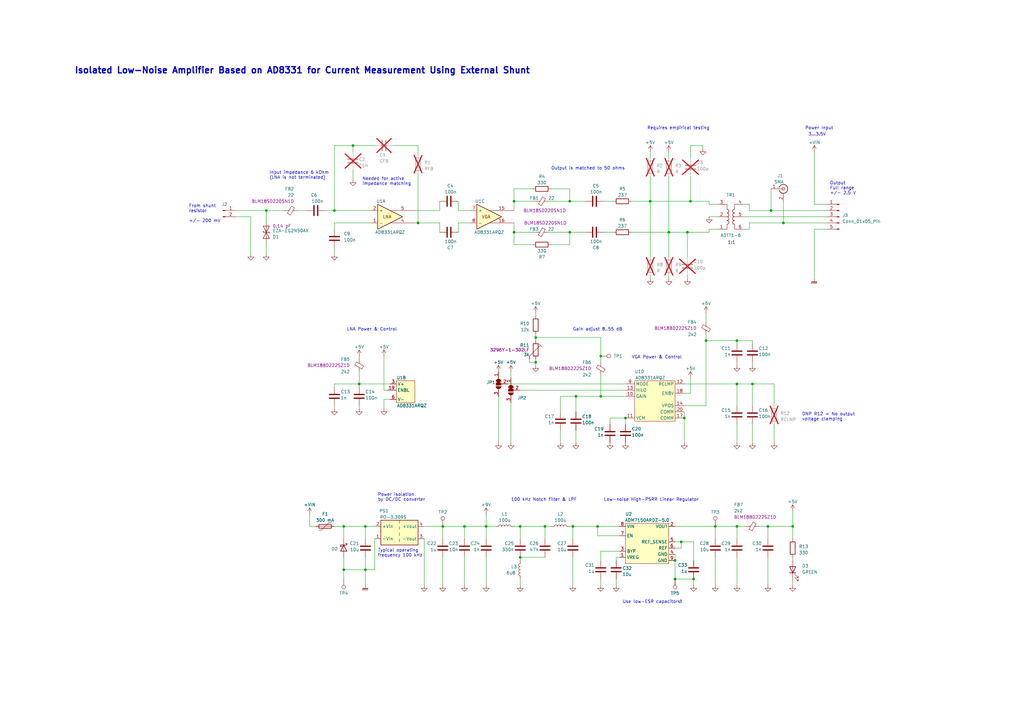
<source format=kicad_sch>
(kicad_sch (version 20230121) (generator eeschema)
  (paper "A3")
  (title_block (title "Low-Noise Amplifier") (date "2023-10-06") (rev "A") (comment 3 "Draft") (comment 4 "EN") (comment 5 "Current Probe") (comment 6 "Stefan Gloor"))
  (junction (at 171.45 91.44))
  (junction (at 140.97 215.9))
  (junction (at 325.12 215.9))
  (junction (at 181.61 215.9))
  (junction (at 314.96 215.9))
  (junction (at 246.38 146.05))
  (junction (at 316.23 86.36))
  (junction (at 302.26 157.48))
  (junction (at 266.7 82.55))
  (junction (at 233.68 82.55))
  (junction (at 210.82 82.55))
  (junction (at 236.22 162.56))
  (junction (at 279.4 222.25))
  (junction (at 246.38 162.56))
  (junction (at 280.67 171.45))
  (junction (at 144.78 59.69))
  (junction (at 190.5 215.9))
  (junction (at 245.11 215.9))
  (junction (at 109.22 86.36))
  (junction (at 321.31 91.44))
  (junction (at 283.21 82.55))
  (junction (at 274.32 95.25))
  (junction (at 137.16 86.36))
  (junction (at 276.86 237.49))
  (junction (at 233.68 95.25))
  (junction (at 140.97 233.68))
  (junction (at 147.32 157.48))
  (junction (at 149.86 215.9))
  (junction (at 302.26 139.7))
  (junction (at 149.86 233.68))
  (junction (at 199.39 215.9))
  (junction (at 276.86 229.87))
  (junction (at 256.54 171.45))
  (junction (at 223.52 215.9))
  (junction (at 234.95 215.9))
  (junction (at 284.48 237.49))
  (junction (at 219.71 138.43))
  (junction (at 308.61 157.48))
  (junction (at 281.94 95.25))
  (junction (at 213.36 228.6))
  (junction (at 289.56 139.7))
  (junction (at 293.37 215.9))
  (junction (at 219.71 148.59))
  (junction (at 213.36 215.9))
  (junction (at 302.26 215.9))
  (junction (at 210.82 95.25))
  (wire (pts (xy 210.82 100.33) (xy 210.82 95.25)))
  (wire (pts (xy 246.38 226.06) (xy 246.38 229.87)))
  (wire (pts (xy 250.19 171.45) (xy 250.19 173.99)))
  (wire (pts (xy 149.86 215.9) (xy 140.97 215.9)))
  (wire (pts (xy 334.01 62.23) (xy 334.01 83.82)))
  (wire (pts (xy 308.61 140.97) (xy 308.61 139.7)))
  (wire (pts (xy 288.29 59.69) (xy 283.21 59.69)))
  (wire (pts (xy 210.82 77.47) (xy 210.82 82.55)))
  (wire (pts (xy 304.8 88.9) (xy 339.09 88.9)))
  (wire (pts (xy 246.38 240.03) (xy 246.38 237.49)))
  (wire (pts (xy 259.08 95.25) (xy 274.32 95.25)))
  (wire (pts (xy 289.56 128.27) (xy 289.56 132.08)))
  (wire (pts (xy 213.36 160.02) (xy 256.54 160.02)))
  (wire (pts (xy 219.71 148.59) (xy 219.71 147.32)))
  (wire (pts (xy 290.83 83.82) (xy 294.64 83.82)))
  (wire (pts (xy 307.34 86.36) (xy 316.23 86.36)))
  (wire (pts (xy 140.97 237.49) (xy 140.97 233.68)))
  (wire (pts (xy 246.38 162.56) (xy 256.54 162.56)))
  (wire (pts (xy 290.83 95.25) (xy 290.83 93.98)))
  (wire (pts (xy 293.37 215.9) (xy 293.37 220.98)))
  (wire (pts (xy 187.96 91.44) (xy 193.04 91.44)))
  (wire (pts (xy 149.86 228.6) (xy 149.86 233.68)))
  (wire (pts (xy 316.23 86.36) (xy 339.09 86.36)))
  (wire (pts (xy 140.97 215.9) (xy 140.97 220.98)))
  (wire (pts (xy 233.68 77.47) (xy 233.68 82.55)))
  (wire (pts (xy 311.15 215.9) (xy 314.96 215.9)))
  (wire (pts (xy 274.32 95.25) (xy 274.32 105.41)))
  (wire (pts (xy 213.36 215.9) (xy 223.52 215.9)))
  (wire (pts (xy 321.31 91.44) (xy 339.09 91.44)))
  (wire (pts (xy 199.39 215.9) (xy 199.39 220.98)))
  (wire (pts (xy 276.86 215.9) (xy 293.37 215.9)))
  (wire (pts (xy 213.36 215.9) (xy 213.36 220.98)))
  (wire (pts (xy 266.7 72.39) (xy 266.7 82.55)))
  (wire (pts (xy 266.7 62.23) (xy 266.7 64.77)))
  (wire (pts (xy 171.45 63.5) (xy 171.45 59.69)))
  (wire (pts (xy 274.32 114.3) (xy 274.32 113.03)))
  (wire (pts (xy 334.01 93.98) (xy 334.01 114.3)))
  (wire (pts (xy 307.34 91.44) (xy 321.31 91.44)))
  (wire (pts (xy 283.21 82.55) (xy 266.7 82.55)))
  (wire (pts (xy 280.67 168.91) (xy 280.67 171.45)))
  (wire (pts (xy 210.82 77.47) (xy 218.44 77.47)))
  (wire (pts (xy 280.67 181.61) (xy 280.67 171.45)))
  (wire (pts (xy 157.48 163.83) (xy 160.02 163.83)))
  (wire (pts (xy 137.16 91.44) (xy 137.16 93.98)))
  (wire (pts (xy 203.2 215.9) (xy 199.39 215.9)))
  (wire (pts (xy 302.26 140.97) (xy 302.26 139.7)))
  (wire (pts (xy 256.54 171.45) (xy 250.19 171.45)))
  (wire (pts (xy 302.26 181.61) (xy 302.26 173.99)))
  (wire (pts (xy 137.16 167.64) (xy 137.16 166.37)))
  (wire (pts (xy 254 226.06) (xy 246.38 226.06)))
  (wire (pts (xy 147.32 167.64) (xy 147.32 166.37)))
  (wire (pts (xy 102.87 104.14) (xy 102.87 88.9)))
  (wire (pts (xy 314.96 215.9) (xy 325.12 215.9)))
  (wire (pts (xy 204.47 181.61) (xy 204.47 162.56)))
  (wire (pts (xy 280.67 166.37) (xy 289.56 166.37)))
  (wire (pts (xy 334.01 93.98) (xy 339.09 93.98)))
  (wire (pts (xy 181.61 240.03) (xy 181.61 228.6)))
  (wire (pts (xy 334.01 83.82) (xy 339.09 83.82)))
  (wire (pts (xy 187.96 82.55) (xy 187.96 86.36)))
  (wire (pts (xy 308.61 157.48) (xy 317.5 157.48)))
  (wire (pts (xy 226.06 100.33) (xy 233.68 100.33)))
  (wire (pts (xy 181.61 215.9) (xy 190.5 215.9)))
  (wire (pts (xy 213.36 240.03) (xy 213.36 237.49)))
  (wire (pts (xy 236.22 181.61) (xy 236.22 176.53)))
  (wire (pts (xy 149.86 233.68) (xy 153.67 233.68)))
  (wire (pts (xy 280.67 157.48) (xy 302.26 157.48)))
  (wire (pts (xy 210.82 215.9) (xy 213.36 215.9)))
  (wire (pts (xy 147.32 152.4) (xy 147.32 157.48)))
  (wire (pts (xy 218.44 100.33) (xy 210.82 100.33)))
  (wire (pts (xy 209.55 152.4) (xy 209.55 154.94)))
  (wire (pts (xy 173.99 215.9) (xy 181.61 215.9)))
  (wire (pts (xy 283.21 72.39) (xy 283.21 82.55)))
  (wire (pts (xy 133.35 86.36) (xy 137.16 86.36)))
  (wire (pts (xy 219.71 149.86) (xy 219.71 148.59)))
  (wire (pts (xy 208.28 157.48) (xy 256.54 157.48)))
  (wire (pts (xy 137.16 86.36) (xy 152.4 86.36)))
  (wire (pts (xy 217.17 148.59) (xy 219.71 148.59)))
  (wire (pts (xy 274.32 62.23) (xy 274.32 64.77)))
  (wire (pts (xy 325.12 215.9) (xy 325.12 220.98)))
  (wire (pts (xy 229.87 162.56) (xy 236.22 162.56)))
  (wire (pts (xy 289.56 139.7) (xy 302.26 139.7)))
  (wire (pts (xy 307.34 91.44) (xy 307.34 93.98)))
  (wire (pts (xy 314.96 240.03) (xy 314.96 228.6)))
  (wire (pts (xy 307.34 83.82) (xy 304.8 83.82)))
  (wire (pts (xy 171.45 59.69) (xy 161.29 59.69)))
  (wire (pts (xy 180.34 91.44) (xy 171.45 91.44)))
  (wire (pts (xy 187.96 86.36) (xy 193.04 86.36)))
  (wire (pts (xy 210.82 95.25) (xy 219.71 95.25)))
  (wire (pts (xy 245.11 215.9) (xy 245.11 219.71)))
  (wire (pts (xy 240.03 82.55) (xy 233.68 82.55)))
  (wire (pts (xy 321.31 82.55) (xy 321.31 91.44)))
  (wire (pts (xy 144.78 73.66) (xy 144.78 69.85)))
  (wire (pts (xy 187.96 95.25) (xy 187.96 91.44)))
  (wire (pts (xy 246.38 138.43) (xy 246.38 146.05)))
  (wire (pts (xy 137.16 59.69) (xy 137.16 86.36)))
  (wire (pts (xy 302.26 240.03) (xy 302.26 228.6)))
  (wire (pts (xy 149.86 215.9) (xy 149.86 220.98)))
  (wire (pts (xy 140.97 215.9) (xy 137.16 215.9)))
  (wire (pts (xy 234.95 240.03) (xy 234.95 228.6)))
  (wire (pts (xy 302.26 149.86) (xy 302.26 148.59)))
  (wire (pts (xy 276.86 237.49) (xy 284.48 237.49)))
  (wire (pts (xy 229.87 168.91) (xy 229.87 162.56)))
  (wire (pts (xy 144.78 59.69) (xy 137.16 59.69)))
  (wire (pts (xy 171.45 71.12) (xy 171.45 91.44)))
  (wire (pts (xy 147.32 157.48) (xy 147.32 158.75)))
  (wire (pts (xy 254 228.6) (xy 252.73 228.6)))
  (wire (pts (xy 137.16 157.48) (xy 137.16 158.75)))
  (wire (pts (xy 316.23 77.47) (xy 316.23 86.36)))
  (wire (pts (xy 279.4 224.79) (xy 279.4 222.25)))
  (wire (pts (xy 229.87 181.61) (xy 229.87 176.53)))
  (wire (pts (xy 252.73 240.03) (xy 252.73 237.49)))
  (wire (pts (xy 308.61 166.37) (xy 308.61 157.48)))
  (wire (pts (xy 325.12 240.03) (xy 325.12 237.49)))
  (wire (pts (xy 276.86 222.25) (xy 279.4 222.25)))
  (wire (pts (xy 199.39 210.82) (xy 199.39 215.9)))
  (wire (pts (xy 289.56 139.7) (xy 289.56 137.16)))
  (wire (pts (xy 109.22 91.44) (xy 109.22 86.36)))
  (wire (pts (xy 266.7 82.55) (xy 266.7 105.41)))
  (wire (pts (xy 180.34 86.36) (xy 170.18 86.36)))
  (wire (pts (xy 276.86 227.33) (xy 276.86 229.87)))
  (wire (pts (xy 149.86 215.9) (xy 153.67 215.9)))
  (wire (pts (xy 147.32 157.48) (xy 160.02 157.48)))
  (wire (pts (xy 181.61 215.9) (xy 181.61 220.98)))
  (wire (pts (xy 149.86 240.03) (xy 149.86 233.68)))
  (wire (pts (xy 213.36 228.6) (xy 223.52 228.6)))
  (wire (pts (xy 236.22 162.56) (xy 246.38 162.56)))
  (wire (pts (xy 246.38 153.67) (xy 246.38 162.56)))
  (wire (pts (xy 217.17 147.32) (xy 217.17 148.59)))
  (wire (pts (xy 180.34 82.55) (xy 180.34 86.36)))
  (wire (pts (xy 157.48 167.64) (xy 157.48 163.83)))
  (wire (pts (xy 290.83 83.82) (xy 290.83 82.55)))
  (wire (pts (xy 252.73 228.6) (xy 252.73 229.87)))
  (wire (pts (xy 190.5 240.03) (xy 190.5 228.6)))
  (wire (pts (xy 314.96 215.9) (xy 314.96 220.98)))
  (wire (pts (xy 152.4 91.44) (xy 137.16 91.44)))
  (wire (pts (xy 281.94 95.25) (xy 290.83 95.25)))
  (wire (pts (xy 274.32 95.25) (xy 281.94 95.25)))
  (wire (pts (xy 280.67 161.29) (xy 283.21 161.29)))
  (wire (pts (xy 302.26 215.9) (xy 302.26 220.98)))
  (wire (pts (xy 308.61 139.7) (xy 302.26 139.7)))
  (wire (pts (xy 96.52 86.36) (xy 109.22 86.36)))
  (wire (pts (xy 245.11 215.9) (xy 254 215.9)))
  (wire (pts (xy 210.82 82.55) (xy 219.71 82.55)))
  (wire (pts (xy 293.37 228.6) (xy 293.37 240.03)))
  (wire (pts (xy 127 215.9) (xy 127 210.82)))
  (wire (pts (xy 121.92 86.36) (xy 125.73 86.36)))
  (wire (pts (xy 180.34 95.25) (xy 180.34 91.44)))
  (wire (pts (xy 224.79 95.25) (xy 233.68 95.25)))
  (wire (pts (xy 308.61 181.61) (xy 308.61 173.99)))
  (wire (pts (xy 199.39 240.03) (xy 199.39 228.6)))
  (wire (pts (xy 281.94 114.3) (xy 281.94 113.03)))
  (wire (pts (xy 290.83 93.98) (xy 294.64 93.98)))
  (wire (pts (xy 279.4 222.25) (xy 284.48 222.25)))
  (wire (pts (xy 219.71 138.43) (xy 246.38 138.43)))
  (wire (pts (xy 247.65 82.55) (xy 251.46 82.55)))
  (wire (pts (xy 233.68 100.33) (xy 233.68 95.25)))
  (wire (pts (xy 144.78 59.69) (xy 153.67 59.69)))
  (wire (pts (xy 102.87 88.9) (xy 96.52 88.9)))
  (wire (pts (xy 147.32 146.05) (xy 147.32 147.32)))
  (wire (pts (xy 144.78 62.23) (xy 144.78 59.69)))
  (wire (pts (xy 288.29 60.96) (xy 288.29 59.69)))
  (wire (pts (xy 317.5 181.61) (xy 317.5 173.99)))
  (wire (pts (xy 240.03 95.25) (xy 233.68 95.25)))
  (wire (pts (xy 223.52 215.9) (xy 223.52 220.98)))
  (wire (pts (xy 219.71 137.16) (xy 219.71 138.43)))
  (wire (pts (xy 173.99 220.98) (xy 173.99 240.03)))
  (wire (pts (xy 247.65 95.25) (xy 251.46 95.25)))
  (wire (pts (xy 213.36 228.6) (xy 213.36 229.87)))
  (wire (pts (xy 302.26 157.48) (xy 308.61 157.48)))
  (wire (pts (xy 276.86 229.87) (xy 276.86 237.49)))
  (wire (pts (xy 284.48 240.03) (xy 284.48 237.49)))
  (wire (pts (xy 274.32 72.39) (xy 274.32 95.25)))
  (wire (pts (xy 254 219.71) (xy 245.11 219.71)))
  (wire (pts (xy 190.5 215.9) (xy 199.39 215.9)))
  (wire (pts (xy 109.22 104.14) (xy 109.22 99.06)))
  (wire (pts (xy 190.5 215.9) (xy 190.5 220.98)))
  (wire (pts (xy 325.12 209.55) (xy 325.12 215.9)))
  (wire (pts (xy 157.48 146.05) (xy 157.48 160.02)))
  (wire (pts (xy 140.97 228.6) (xy 140.97 233.68)))
  (wire (pts (xy 234.95 215.9) (xy 245.11 215.9)))
  (wire (pts (xy 266.7 114.3) (xy 266.7 113.03)))
  (wire (pts (xy 224.79 82.55) (xy 233.68 82.55)))
  (wire (pts (xy 308.61 149.86) (xy 308.61 148.59)))
  (wire (pts (xy 302.26 215.9) (xy 306.07 215.9)))
  (wire (pts (xy 283.21 59.69) (xy 283.21 64.77)))
  (wire (pts (xy 223.52 215.9) (xy 226.06 215.9)))
  (wire (pts (xy 325.12 229.87) (xy 325.12 228.6)))
  (wire (pts (xy 293.37 215.9) (xy 302.26 215.9)))
  (wire (pts (xy 307.34 83.82) (xy 307.34 86.36)))
  (wire (pts (xy 284.48 222.25) (xy 284.48 229.87)))
  (wire (pts (xy 226.06 77.47) (xy 233.68 77.47)))
  (wire (pts (xy 281.94 95.25) (xy 281.94 105.41)))
  (wire (pts (xy 283.21 161.29) (xy 283.21 154.94)))
  (wire (pts (xy 236.22 162.56) (xy 236.22 168.91)))
  (wire (pts (xy 234.95 215.9) (xy 233.68 215.9)))
  (wire (pts (xy 246.38 146.05) (xy 246.38 148.59)))
  (wire (pts (xy 109.22 86.36) (xy 116.84 86.36)))
  (wire (pts (xy 210.82 82.55) (xy 210.82 86.36)))
  (wire (pts (xy 307.34 93.98) (xy 304.8 93.98)))
  (wire (pts (xy 259.08 82.55) (xy 266.7 82.55)))
  (wire (pts (xy 137.16 101.6) (xy 137.16 104.14)))
  (wire (pts (xy 317.5 157.48) (xy 317.5 166.37)))
  (wire (pts (xy 283.21 82.55) (xy 290.83 82.55)))
  (wire (pts (xy 256.54 173.99) (xy 256.54 171.45)))
  (wire (pts (xy 157.48 160.02) (xy 158.75 160.02)))
  (wire (pts (xy 302.26 157.48) (xy 302.26 166.37)))
  (wire (pts (xy 219.71 128.27) (xy 219.71 129.54)))
  (wire (pts (xy 153.67 220.98) (xy 153.67 233.68)))
  (wire (pts (xy 171.45 91.44) (xy 170.18 91.44)))
  (wire (pts (xy 209.55 181.61) (xy 209.55 165.1)))
  (wire (pts (xy 276.86 224.79) (xy 279.4 224.79)))
  (wire (pts (xy 210.82 95.25) (xy 210.82 91.44)))
  (wire (pts (xy 137.16 157.48) (xy 147.32 157.48)))
  (wire (pts (xy 129.54 215.9) (xy 127 215.9)))
  (wire (pts (xy 234.95 220.98) (xy 234.95 215.9)))
  (wire (pts (xy 219.71 138.43) (xy 219.71 139.7)))
  (wire (pts (xy 290.83 88.9) (xy 294.64 88.9)))
  (wire (pts (xy 140.97 233.68) (xy 149.86 233.68)))
  (wire (pts (xy 289.56 139.7) (xy 289.56 166.37)))
  (text "100 kHz Notch filter & LPF" (at 209.55 205.74 0) (effects (font (size 1.27 1.27)) (justify left bottom)))
  (text "From shunt\nresistor\n\n+/- 200 mV" (at 77.47 91.44 0) (effects (font (size 1.27 1.27)) (justify left bottom)))
  (text "LNA Power & Control" (at 142.24 135.89 0) (effects (font (size 1.27 1.27)) (justify left bottom)))
  (text "1:1" (at 298.45 100.33 0) (effects (font (size 1.27 1.27)) (justify left bottom)))
  (text "Power Input" (at 330.2 53.34 0) (effects (font (size 1.27 1.27)) (justify left bottom)))
  (text "Output\nFull range\n+/- 2.5 V" (at 340.36 80.01 0) (effects (font (size 1.27 1.27)) (justify left bottom)))
  (text "3...3.5V" (at 331.47 55.88 0) (effects (font (size 1.27 1.27)) (justify left bottom)))
  (text "DNP R12 = No output\nvoltage clamping" (at 328.93 172.72 0) (effects (font (size 1.27 1.27)) (justify left bottom)))
  (text "Output is matched to 50 ohms" (at 226.06 69.85 0) (effects (font (size 1.27 1.27)) (justify left bottom)))
  (text "VGA Power & Control" (at 259.08 147.32 0) (effects (font (size 1.27 1.27)) (justify left bottom)))
  (text "Needed for active\nimpedance matching" (at 148.59 76.2 0) (effects (font (size 1.27 1.27)) (justify left bottom)))
  (text "Use low-ESR capacitors!" (at 255.27 247.65 0) (effects (font (size 1.27 1.27)) (justify left bottom)))
  (text "Typical operating\nfrequency 100 kHz" (at 154.94 228.6 0) (effects (font (size 1.27 1.27)) (justify left bottom)))
  (text "Low-noise High-PSRR Linear Regulator" (at 247.65 205.74 0) (effects (font (size 1.27 1.27)) (justify left bottom)))
  (text "Input impedance 6 kOhm\n(LNA is not terminated)" (at 110.49 73.66 0) (effects (font (size 1.27 1.27)) (justify left bottom)))
  (text "Gain adjust 8..55 dB\n" (at 234.95 135.89 0) (effects (font (size 1.27 1.27)) (justify left bottom)))
  (text "Isolated Low-Noise Amplifier Based on AD8331 for Current Measurement Using External Shunt" (at 30.48 30.48 0) (effects (font (size 2.56 2.56) (thickness 0.512) bold) (justify left bottom)))
  (text "Requires empirical testing" (at 265.43 53.34 0) (effects (font (size 1.27 1.27)) (justify left bottom)))
  (text "Power isolation\nby DC/DC converter" (at 154.94 205.74 0) (effects (font (size 1.27 1.27)) (justify left bottom)))
  (symbol (lib_id "current_probe:+VIN") (at 127 210.82 0) (unit 1)
    (property "Reference" "#PWR038" (effects hide))
    (property "Value" "+VIN" (at 127 207.01 0))
  )
  (symbol (lib_id "power:GND") (at 302.26 181.61 0) (unit 1)
    (property "Reference" "#PWR034" (effects hide))
    (property "Value" "GND" (effects hide))
  )
  (symbol (lib_id "Device:R") (at 266.7 68.58 0) (unit 1) (dnp yes)
    (property "Reference" "R2" (at 269.24 67.945 0) (effects (justify left)))
    (property "Value" "R" (at 269.24 70.485 0) (effects (justify left)))
    (property "Footprint" "Resistor_SMD:R_0603_1608Metric" (effects hide))
  )
  (symbol (lib_id "Device:L") (at 207.01 215.9 90) (unit 1)
    (property "Reference" "L1" (at 207.01 210.82 90))
    (property "Value" "100u" (at 207.01 213.36 90))
    (property "Footprint" "Inductor_SMD:L_0805_2012Metric" (effects hide))
    (property "Part" "MLZ2012N101LT000" (effects hide))
  )
  (symbol (lib_id "power:GND") (at 102.87 104.14 0) (unit 1)
    (property "Reference" "#PWR07" (effects hide))
    (property "Value" "GND" (effects hide))
  )
  (symbol (lib_id "power:GND") (at 281.94 114.3 0) (unit 1)
    (property "Reference" "#PWR012" (effects hide))
    (property "Value" "GND" (effects hide))
  )
  (symbol (lib_id "power:GND") (at 147.32 167.64 0) (unit 1)
    (property "Reference" "#PWR025" (effects hide))
    (property "Value" "GND" (effects hide))
  )
  (symbol (lib_id "Device:FerriteBead_Small") (at 222.25 95.25 90) (unit 1)
    (property "Reference" "FB3" (at 220.9419 93.98 90) (effects (justify left)))
    (property "Value" "22" (at 227.2919 93.98 90) (effects (justify left)))
    (property "Footprint" "Inductor_SMD:L_0603_1608Metric" (effects hide))
    (property "Datasheet" "https://www.murata.com/en-us/products/productdata/8796738650142/ENFA0003.pdf" (effects hide))
    (property "Part" "BLM18SD220SN1D" (at 232.41 91.44 90) (effects (justify left)))
  )
  (symbol (lib_id "power:+5V") (at 219.71 128.27 0) (unit 1)
    (property "Reference" "#PWR014" (effects hide))
    (property "Value" "+5V" (at 219.71 124.46 0))
  )
  (symbol (lib_id "Device:FerriteBead_Small") (at 246.38 151.13 180) (unit 1)
    (property "Reference" "FB6" (at 242.57 148.6281 0) (effects (justify left)))
    (property "Value" "2k2" (at 242.57 153.7081 0) (effects (justify left)))
    (property "Footprint" "Inductor_SMD:L_0603_1608Metric" (effects hide))
    (property "Part" "BLM18BD222SZ1D" (at 242.57 151.13 0) (effects (justify left)))
  )
  (symbol (lib_id "power:+5V") (at 157.48 146.05 0) (unit 1)
    (property "Reference" "#PWR017" (effects hide))
    (property "Value" "+5V" (at 157.48 142.24 0))
  )
  (symbol (lib_id "Device:R") (at 219.71 133.35 0) (mirror y) (unit 1)
    (property "Reference" "R10" (at 217.17 132.715 0) (effects (justify left)))
    (property "Value" "12k" (at 217.17 135.255 0) (effects (justify left)))
    (property "Footprint" "Resistor_SMD:R_0603_1608Metric" (effects hide))
  )
  (symbol (lib_id "Device:R") (at 222.25 100.33 270) (mirror x) (unit 1)
    (property "Reference" "R7" (at 222.25 105.41 90))
    (property "Value" "330" (at 222.25 102.87 90))
    (property "Footprint" "Resistor_SMD:R_0603_1608Metric" (effects hide))
  )
  (symbol (lib_id "power:GND") (at 308.61 149.86 0) (unit 1)
    (property "Reference" "#PWR020" (effects hide))
    (property "Value" "GND" (effects hide))
  )
  (symbol (lib_id "power:+5V") (at 209.55 152.4 0) (unit 1)
    (property "Reference" "#PWR022" (effects hide))
    (property "Value" "+5V" (at 209.55 148.59 0))
  )
  (symbol (lib_id "power:GND") (at 204.47 181.61 0) (unit 1)
    (property "Reference" "#PWR027" (effects hide))
    (property "Value" "GND" (effects hide))
  )
  (symbol (lib_id "Device:C") (at 144.78 66.04 0) (unit 1) (dnp yes)
    (property "Reference" "C2" (at 149.86 65.405 0) (effects (justify right)))
    (property "Value" "CSH" (at 151.13 67.945 0) (effects (justify right)))
    (property "Footprint" "Capacitor_SMD:C_0603_1608Metric" (effects hide))
  )
  (symbol (lib_id "power:GND") (at 246.38 240.03 0) (mirror y) (unit 1)
    (property "Reference" "#PWR047" (effects hide))
    (property "Value" "GND" (effects hide))
  )
  (symbol (lib_id "Connector:Conn_Coaxial") (at 321.31 77.47 0) (unit 1)
    (property "Reference" "J1" (at 318.77 72.0482 0) (effects (justify left)))
    (property "Value" "SMA" (at 317.5 74.5882 0) (effects (justify left)))
    (property "Footprint" "Connector_Coaxial:SMA_Amphenol_132289_EdgeMount" (effects hide))
    (property "Datasheet" "https://s3-us-west-2.amazonaws.com/catsy.582/132289rp.pdf" (effects hide))
    (property "Part" "132289RP" (effects hide))
  )
  (symbol (lib_id "power:GND") (at 219.71 149.86 0) (unit 1)
    (property "Reference" "#PWR018" (effects hide))
    (property "Value" "GND" (effects hide))
  )
  (symbol (lib_id "power:GNDPWR") (at 149.86 240.03 0) (unit 1)
    (property "Reference" "#PWR040" (effects hide))
    (property "Value" "GNDPWR" (effects hide))
  )
  (symbol (lib_id "Transformer:ADTT1-6") (at 299.72 88.9 0) (unit 1)
    (property "Reference" "TR1" (at 299.72 80.01 0))
    (property "Value" "ADTT1-6" (at 299.72 96.52 0))
    (property "Footprint" "RF_Mini-Circuits:Mini-Circuits_CD637_H5.23mm" (effects hide))
    (property "Datasheet" "https://www.minicircuits.com/pdfs/ADTT1-6+.pdf" (effects hide))
  )
  (symbol (lib_id "Device:C") (at 129.54 86.36 270) (unit 1)
    (property "Reference" "C6" (at 130.175 80.01 90) (effects (justify right)))
    (property "Value" "100n" (at 132.715 82.55 90) (effects (justify right)))
    (property "Footprint" "Capacitor_SMD:C_0603_1608Metric" (effects hide))
  )
  (symbol (lib_id "Device:FerriteBead_Small") (at 308.61 215.9 270) (unit 1)
    (property "Reference" "FB7" (at 301.0281 207.01 90) (effects (justify left)))
    (property "Value" "2k2" (at 301.0281 209.55 90) (effects (justify left)))
    (property "Footprint" "Inductor_SMD:L_0603_1608Metric" (effects hide))
    (property "Part" "BLM18BD222SZ1D" (at 300.99 212.09 90) (effects (justify left)))
  )
  (symbol (lib_id "Device:C") (at 181.61 224.79 0) (mirror x) (unit 1)
    (property "Reference" "C22" (at 179.07 222.885 0) (effects (justify right)))
    (property "Value" "1u" (at 179.07 225.425 0) (effects (justify right)))
    (property "Footprint" "Capacitor_SMD:C_0805_2012Metric" (effects hide))
  )
  (symbol (lib_id "power:+5V") (at 283.21 154.94 0) (unit 1)
    (property "Reference" "#PWR023" (effects hide))
    (property "Value" "+5V" (at 283.21 151.13 0))
  )
  (symbol (lib_id "Device:C") (at 243.84 95.25 270) (mirror x) (unit 1)
    (property "Reference" "C8" (at 245.745 101.6 90) (effects (justify right)))
    (property "Value" "100n" (at 247.015 99.06 90) (effects (justify right)))
    (property "Footprint" "Capacitor_SMD:C_0603_1608Metric" (effects hide))
  )
  (symbol (lib_id "Device:C") (at 243.84 82.55 270) (unit 1)
    (property "Reference" "C5" (at 245.745 76.2 90) (effects (justify right)))
    (property "Value" "100n" (at 247.015 78.74 90) (effects (justify right)))
    (property "Footprint" "Capacitor_SMD:C_0603_1608Metric" (effects hide))
  )
  (symbol (lib_id "Device:C") (at 302.26 170.18 0) (mirror x) (unit 1)
    (property "Reference" "C15" (at 299.72 168.275 0) (effects (justify right)))
    (property "Value" "1n" (at 299.72 170.815 0) (effects (justify right)))
    (property "Footprint" "Capacitor_SMD:C_0603_1608Metric" (effects hide))
  )
  (symbol (lib_id "power:+5V") (at 289.56 128.27 0) (unit 1)
    (property "Reference" "#PWR015" (effects hide))
    (property "Value" "+5V" (at 289.56 124.46 0))
  )
  (symbol (lib_id "Device:C") (at 252.73 233.68 180) (unit 1)
    (property "Reference" "C32" (at 255.27 233.045 0) (effects (justify right)))
    (property "Value" "10u" (at 255.27 235.585 0) (effects (justify right)))
    (property "Footprint" "Capacitor_SMD:C_0805_2012Metric" (effects hide))
  )
  (symbol (lib_id "Device:C") (at 149.86 224.79 0) (mirror x) (unit 1)
    (property "Reference" "C21" (at 147.32 222.885 0) (effects (justify right)))
    (property "Value" "10u" (at 147.32 225.425 0) (effects (justify right)))
    (property "Footprint" "Capacitor_SMD:C_0805_2012Metric" (effects hide))
  )
  (symbol (lib_id "Device:C") (at 308.61 170.18 180) (unit 1)
    (property "Reference" "C16" (at 311.15 168.275 0) (effects (justify right)))
    (property "Value" "100n" (at 311.15 170.815 0) (effects (justify right)))
    (property "Footprint" "Capacitor_SMD:C_0603_1608Metric" (effects hide))
  )
  (symbol (lib_id "Device:R") (at 255.27 82.55 90) (unit 1)
    (property "Reference" "R5" (at 255.27 77.47 90))
    (property "Value" "237" (at 255.27 80.01 90))
    (property "Footprint" "Resistor_SMD:R_0603_1608Metric" (effects hide))
  )
  (symbol (lib_id "power:+5V") (at 325.12 209.55 0) (unit 1)
    (property "Reference" "#PWR037" (effects hide))
    (property "Value" "+5V" (at 325.12 205.74 0))
  )
  (symbol (lib_name "AD8331_1") (lib_id "current_probe:AD8331") (at 157.48 88.9 0) (unit 1)
    (property "Reference" "U1" (at 156.21 82.55 0))
    (property "Value" "AD8331ARQZ" (at 160.02 95.25 0))
    (property "Footprint" "current_probe:RQ_20_ADI-L" (effects hide))
  )
  (symbol (lib_id "Device:L") (at 213.36 233.68 180) (unit 1)
    (property "Reference" "L3" (at 210.82 232.41 0))
    (property "Value" "6u8" (at 209.55 234.95 0))
    (property "Footprint" "Inductor_SMD:L_0805_2012Metric" (effects hide))
    (property "Part" "MLZ2012N6R8LT000" (effects hide))
  )
  (symbol (lib_id "Device:FerriteBead_Small") (at 119.38 86.36 90) (unit 1)
    (property "Reference" "FB2" (at 120.6119 77.47 90) (effects (justify left)))
    (property "Value" "22" (at 120.6119 80.01 90) (effects (justify left)))
    (property "Footprint" "Inductor_SMD:L_0603_1608Metric" (effects hide))
    (property "Datasheet" "https://www.murata.com/en-us/products/productdata/8796738650142/ENFA0003.pdf" (effects hide))
    (property "Part" "BLM18SD220SN1D" (at 120.65 82.55 90) (effects (justify left)))
  )
  (symbol (lib_id "current_probe:R_Trim") (at 219.71 143.51 0) (unit 1)
    (property "Reference" "R11" (at 217.17 141.605 0) (effects (justify right)))
    (property "Value" "3k" (at 217.17 145.415 0) (effects (justify right)))
    (property "Footprint" "Potentiometer_THT:Potentiometer_Bourns_3296Y_Vertical" (effects hide))
    (property "Datasheet" "https://www.bourns.com/docs/product-datasheets/3296.pdf" (effects hide))
    (property "Part" "3296Y-1-302LF" (at 217.17 143.51 0) (effects (justify right)))
  )
  (symbol (lib_id "Device:C") (at 213.36 224.79 0) (mirror x) (unit 1)
    (property "Reference" "C25" (at 210.82 222.885 0) (effects (justify right)))
    (property "Value" "330n" (at 210.82 225.425 0) (effects (justify right)))
    (property "Footprint" "Capacitor_SMD:C_0603_1608Metric" (effects hide))
  )
  (symbol (lib_id "power:+5V") (at 274.32 62.23 0) (unit 1)
    (property "Reference" "#PWR03" (effects hide))
    (property "Value" "+5V" (at 274.32 58.42 0))
  )
  (symbol (lib_id "power:GND") (at 109.22 104.14 0) (unit 1)
    (property "Reference" "#PWR08" (effects hide))
    (property "Value" "GND" (effects hide))
  )
  (symbol (lib_id "power:GND") (at 213.36 240.03 0) (mirror y) (unit 1)
    (property "Reference" "#PWR045" (effects hide))
    (property "Value" "GND" (effects hide))
  )
  (symbol (lib_id "Device:C") (at 281.94 109.22 180) (unit 1) (dnp yes)
    (property "Reference" "C10" (at 284.48 107.315 0) (effects (justify right)))
    (property "Value" "100p" (at 284.48 109.855 0) (effects (justify right)))
    (property "Footprint" "Capacitor_SMD:C_0603_1608Metric" (effects hide))
  )
  (symbol (lib_id "power:GND") (at 274.32 114.3 0) (unit 1)
    (property "Reference" "#PWR011" (effects hide))
    (property "Value" "GND" (effects hide))
  )
  (symbol (lib_id "power:GND") (at 290.83 88.9 0) (unit 1)
    (property "Reference" "#PWR06" (effects hide))
    (property "Value" "GND" (effects hide))
  )
  (symbol (lib_id "power:GND") (at 173.99 240.03 0) (mirror y) (unit 1)
    (property "Reference" "#PWR041" (effects hide))
    (property "Value" "GND" (effects hide))
  )
  (symbol (lib_id "power:GND") (at 314.96 240.03 0) (mirror y) (unit 1)
    (property "Reference" "#PWR052" (effects hide))
    (property "Value" "GND" (effects hide))
  )
  (symbol (lib_id "Device:C") (at 190.5 224.79 0) (mirror x) (unit 1)
    (property "Reference" "C23" (at 187.96 222.885 0) (effects (justify right)))
    (property "Value" "10n" (at 187.96 225.425 0) (effects (justify right)))
    (property "Footprint" "Capacitor_SMD:C_0603_1608Metric" (effects hide))
  )
  (symbol (lib_id "Device:C") (at 293.37 224.79 0) (mirror x) (unit 1)
    (property "Reference" "C28" (at 290.83 222.885 0) (effects (justify right)))
    (property "Value" "10u" (at 290.83 225.425 0) (effects (justify right)))
    (property "Footprint" "Capacitor_SMD:C_0805_2012Metric" (effects hide))
  )
  (symbol (lib_id "power:GND") (at 256.54 181.61 0) (unit 1)
    (property "Reference" "#PWR032" (effects hide))
    (property "Value" "GND" (effects hide))
  )
  (symbol (lib_id "Connector:TestPoint") (at 276.86 237.49 180) (unit 1)
    (property "Reference" "TP5" (at 276.86 243.332 0))
    (property "Value" "TestPoint" (effects hide))
    (property "Footprint" "TestPoint:TestPoint_Loop_D1.80mm_Drill1.0mm_Beaded" (effects hide))
  )
  (symbol (lib_id "power:GND") (at 250.19 181.61 0) (unit 1)
    (property "Reference" "#PWR031" (effects hide))
    (property "Value" "GND" (effects hide))
  )
  (symbol (lib_id "Device:R") (at 171.45 67.31 0) (unit 1) (dnp yes)
    (property "Reference" "R1" (at 173.99 66.675 0) (effects (justify left)))
    (property "Value" "RFB" (at 173.99 69.215 0) (effects (justify left)))
    (property "Footprint" "Resistor_SMD:R_0603_1608Metric" (effects hide))
  )
  (symbol (lib_id "power:GND") (at 325.12 240.03 0) (unit 1)
    (property "Reference" "#PWR053" (effects hide))
    (property "Value" "GND" (effects hide))
  )
  (symbol (lib_id "Connector:TestPoint") (at 140.97 237.49 180) (unit 1)
    (property "Reference" "TP4" (at 140.97 243.332 0))
    (property "Value" "TestPoint" (effects hide))
    (property "Footprint" "TestPoint:TestPoint_Loop_D1.80mm_Drill1.0mm_Beaded" (effects hide))
  )
  (symbol (lib_id "Device:FerriteBead_Small") (at 147.32 149.86 180) (unit 1)
    (property "Reference" "FB5" (at 143.51 147.3581 0) (effects (justify left)))
    (property "Value" "2k2" (at 143.51 152.4381 0) (effects (justify left)))
    (property "Footprint" "Inductor_SMD:L_0603_1608Metric" (effects hide))
    (property "Part" "BLM18BD222SZ1D" (at 143.51 149.86 0) (effects (justify left)))
  )
  (symbol (lib_id "Device:L") (at 229.87 215.9 90) (unit 1)
    (property "Reference" "L2" (at 229.87 210.82 90))
    (property "Value" "100u" (at 229.87 213.36 90))
    (property "Footprint" "Inductor_SMD:L_0805_2012Metric" (effects hide))
    (property "Part" "MLZ2012N101LT000" (effects hide))
  )
  (symbol (lib_id "power:GND") (at 302.26 149.86 0) (unit 1)
    (property "Reference" "#PWR019" (effects hide))
    (property "Value" "GND" (effects hide))
  )
  (symbol (lib_id "Connector:Conn_01x05_Pin") (at 344.17 88.9 0) (mirror y) (unit 1)
    (property "Reference" "J3" (at 345.44 88.265 0) (effects (justify right)))
    (property "Value" "Conn_01x05_Pin" (at 345.44 90.805 0) (effects (justify right)))
    (property "Footprint" "Connector_PinHeader_2.54mm:PinHeader_1x05_P2.54mm_Vertical" (effects hide))
  )
  (symbol (lib_name "AD8331_3") (lib_id "current_probe:AD8331") (at 269.24 162.56 0) (unit 4)
    (property "Reference" "U1" (at 262.255 152.4 0))
    (property "Value" "AD8331ARQZ" (at 266.7 154.94 0))
    (property "Footprint" "current_probe:RQ_20_ADI-L" (effects hide))
  )
  (symbol (lib_id "Device:C") (at 234.95 224.79 0) (mirror x) (unit 1)
    (property "Reference" "C27" (at 232.41 222.885 0) (effects (justify right)))
    (property "Value" "10u" (at 232.41 225.425 0) (effects (justify right)))
    (property "Footprint" "Capacitor_SMD:C_0805_2012Metric" (effects hide))
  )
  (symbol (lib_id "power:+9V") (at 199.39 210.82 0) (unit 1)
    (property "Reference" "#PWR039" (effects hide))
    (property "Value" "+9V" (at 199.39 207.01 0))
  )
  (symbol (lib_id "power:GND") (at 181.61 240.03 0) (mirror y) (unit 1)
    (property "Reference" "#PWR042" (effects hide))
    (property "Value" "GND" (effects hide))
  )
  (symbol (lib_id "power:GND") (at 137.16 167.64 0) (unit 1)
    (property "Reference" "#PWR024" (effects hide))
    (property "Value" "GND" (effects hide))
  )
  (symbol (lib_id "Device:C") (at 256.54 177.8 180) (unit 1)
    (property "Reference" "C20" (at 259.08 175.895 0) (effects (justify right)))
    (property "Value" "100n" (at 259.08 178.435 0) (effects (justify right)))
    (property "Footprint" "Capacitor_SMD:C_0603_1608Metric" (effects hide))
  )
  (symbol (lib_id "power:GND") (at 293.37 240.03 0) (mirror y) (unit 1)
    (property "Reference" "#PWR050" (effects hide))
    (property "Value" "GND" (effects hide))
  )
  (symbol (lib_id "power:GND") (at 302.26 240.03 0) (mirror y) (unit 1)
    (property "Reference" "#PWR051" (effects hide))
    (property "Value" "GND" (effects hide))
  )
  (symbol (lib_id "Jumper:SolderJumper_3_Bridged12") (at 209.55 160.02 90) (mirror x) (unit 1)
    (property "Reference" "JP2" (at 215.9 163.195 90) (effects (justify left)))
    (property "Value" "SolderJumper_3_Bridged12" (effects hide))
    (property "Footprint" "Jumper:SolderJumper-3_P1.3mm_Bridged12_Pad1.0x1.5mm" (effects hide))
  )
  (symbol (lib_id "Device:C") (at 302.26 224.79 0) (mirror x) (unit 1)
    (property "Reference" "C29" (at 299.72 222.885 0) (effects (justify right)))
    (property "Value" "1n" (at 299.72 225.425 0) (effects (justify right)))
    (property "Footprint" "Capacitor_SMD:C_0603_1608Metric" (effects hide))
  )
  (symbol (lib_id "Connector:Conn_01x02_Pin") (at 91.44 86.36 0) (unit 1)
    (property "Reference" "J2" (at 92.075 83.82 0))
    (property "Value" "Conn_01x02_Pin" (effects hide))
    (property "Footprint" "Connector_PinHeader_2.54mm:PinHeader_1x02_P2.54mm_Horizontal" (effects hide))
  )
  (symbol (lib_id "Device:C") (at 246.38 233.68 0) (mirror x) (unit 1)
    (property "Reference" "C31" (at 243.84 231.775 0) (effects (justify right)))
    (property "Value" "1u" (at 243.84 234.315 0) (effects (justify right)))
    (property "Footprint" "Capacitor_SMD:C_0805_2012Metric" (effects hide))
  )
  (symbol (lib_id "Device:C") (at 137.16 162.56 180) (unit 1)
    (property "Reference" "C13" (at 139.7 160.655 0) (effects (justify right)))
    (property "Value" "1n" (at 139.7 163.195 0) (effects (justify right)))
    (property "Footprint" "Capacitor_SMD:C_0603_1608Metric" (effects hide))
  )
  (symbol (lib_id "power:GND") (at 284.48 240.03 0) (mirror y) (unit 1)
    (property "Reference" "#PWR049" (effects hide))
    (property "Value" "GND" (effects hide))
  )
  (symbol (lib_id "power:GND") (at 252.73 240.03 0) (mirror y) (unit 1)
    (property "Reference" "#PWR048" (effects hide))
    (property "Value" "GND" (effects hide))
  )
  (symbol (lib_id "Jumper:SolderJumper_3_Bridged12") (at 204.47 157.48 90) (mirror x) (unit 1)
    (property "Reference" "JP1" (at 203.2 156.845 90) (effects (justify left)))
    (property "Value" "SolderJumper_3_Bridged12" (effects hide))
    (property "Footprint" "Jumper:SolderJumper-3_P1.3mm_Bridged12_Pad1.0x1.5mm" (effects hide))
  )
  (symbol (lib_id "Device:R") (at 266.7 109.22 0) (unit 1) (dnp yes)
    (property "Reference" "R8" (at 269.24 108.585 0) (effects (justify left)))
    (property "Value" "R" (at 269.24 111.125 0) (effects (justify left)))
    (property "Footprint" "Resistor_SMD:R_0603_1608Metric" (effects hide))
  )
  (symbol (lib_id "power:GND") (at 288.29 60.96 0) (unit 1)
    (property "Reference" "#PWR01" (effects hide))
    (property "Value" "GND" (effects hide))
  )
  (symbol (lib_id "power:GND") (at 308.61 181.61 0) (unit 1)
    (property "Reference" "#PWR035" (effects hide))
    (property "Value" "GND" (effects hide))
  )
  (symbol (lib_id "power:+5V") (at 266.7 62.23 0) (unit 1)
    (property "Reference" "#PWR02" (effects hide))
    (property "Value" "+5V" (at 266.7 58.42 0))
  )
  (symbol (lib_id "power:GND") (at 209.55 181.61 0) (unit 1)
    (property "Reference" "#PWR028" (effects hide))
    (property "Value" "GND" (effects hide))
  )
  (symbol (lib_id "Device:FerriteBead_Small") (at 222.25 82.55 270) (unit 1)
    (property "Reference" "FB1" (at 217.2081 81.28 90) (effects (justify left)))
    (property "Value" "22" (at 224.8281 81.28 90) (effects (justify left)))
    (property "Footprint" "Inductor_SMD:L_0603_1608Metric" (effects hide))
    (property "Datasheet" "https://www.murata.com/en-us/products/productdata/8796738650142/ENFA0003.pdf" (effects hide))
    (property "Part" "BLM18SD220SN1D" (at 214.63 86.36 90) (effects (justify left)))
  )
  (symbol (lib_id "current_probe:ADM7150") (at 265.43 220.98 0) (unit 1)
    (property "Reference" "U2" (at 257.81 210.82 0))
    (property "Value" "ADM7150ARDZ-5.0" (at 265.43 213.36 0))
    (property "Footprint" "Package_SO:SOIC-8-1EP_3.9x4.9mm_P1.27mm_EP2.29x3mm" (effects hide))
  )
  (symbol (lib_id "power:GND") (at 229.87 181.61 0) (unit 1)
    (property "Reference" "#PWR029" (effects hide))
    (property "Value" "GND" (effects hide))
  )
  (symbol (lib_id "power:GND") (at 266.7 114.3 0) (unit 1)
    (property "Reference" "#PWR010" (effects hide))
    (property "Value" "GND" (effects hide))
  )
  (symbol (lib_id "Device:C") (at 147.32 162.56 180) (unit 1)
    (property "Reference" "C14" (at 149.86 160.655 0) (effects (justify right)))
    (property "Value" "100n" (at 149.86 163.195 0) (effects (justify right)))
    (property "Footprint" "Capacitor_SMD:C_0603_1608Metric" (effects hide))
  )
  (symbol (lib_id "power:GND") (at 144.78 73.66 0) (unit 1)
    (property "Reference" "#PWR05" (effects hide))
    (property "Value" "GND" (effects hide))
  )
  (symbol (lib_id "Device:R") (at 222.25 77.47 90) (unit 1)
    (property "Reference" "R4" (at 222.25 72.39 90))
    (property "Value" "330" (at 222.25 74.93 90))
    (property "Footprint" "Resistor_SMD:R_0603_1608Metric" (effects hide))
  )
  (symbol (lib_id "power:GND") (at 157.48 167.64 0) (unit 1)
    (property "Reference" "#PWR026" (effects hide))
    (property "Value" "GND" (effects hide))
  )
  (symbol (lib_id "Converter_DCDC:MEE1S0305SC") (at 163.83 218.44 0) (unit 1)
    (property "Reference" "PS1" (at 157.48 209.55 0))
    (property "Value" "RO-3.309S" (at 161.29 212.09 0))
    (property "Footprint" "Converter_DCDC:Converter_DCDC_Murata_MEE1SxxxxSC_THT" (effects hide))
  )
  (symbol (lib_id "Device:C") (at 283.21 68.58 180) (unit 1) (dnp yes)
    (property "Reference" "C3" (at 285.75 66.675 0) (effects (justify right)))
    (property "Value" "100p" (at 285.75 69.215 0) (effects (justify right)))
    (property "Footprint" "Capacitor_SMD:C_0603_1608Metric" (effects hide))
  )
  (symbol (lib_id "Device:C") (at 229.87 172.72 0) (mirror x) (unit 1)
    (property "Reference" "C17" (at 227.33 170.815 0) (effects (justify right)))
    (property "Value" "1n" (at 227.33 173.355 0) (effects (justify right)))
    (property "Footprint" "Capacitor_SMD:C_0603_1608Metric" (effects hide))
  )
  (symbol (lib_id "power:GND") (at 236.22 181.61 0) (unit 1)
    (property "Reference" "#PWR030" (effects hide))
    (property "Value" "GND" (effects hide))
  )
  (symbol (lib_id "current_probe:AD8331") (at 198.12 88.9 0) (unit 3)
    (property "Reference" "U1" (at 196.85 82.55 0))
    (property "Value" "AD8331ARQZ" (at 200.66 95.25 0))
    (property "Footprint" "current_probe:RQ_20_ADI-L" (effects hide))
  )
  (symbol (lib_id "power:+5V") (at 147.32 146.05 0) (unit 1)
    (property "Reference" "#PWR016" (effects hide))
    (property "Value" "+5V" (at 147.32 142.24 0))
  )
  (symbol (lib_id "Device:LED") (at 325.12 233.68 90) (unit 1)
    (property "Reference" "D3" (at 328.93 232.0925 90) (effects (justify right)))
    (property "Value" "GREEN" (at 328.93 234.6325 90) (effects (justify right)))
    (property "Footprint" "LED_SMD:LED_0805_2012Metric" (effects hide))
  )
  (symbol (lib_id "Device:R") (at 274.32 68.58 0) (unit 1) (dnp yes)
    (property "Reference" "R3" (at 276.86 67.945 0) (effects (justify left)))
    (property "Value" "R" (at 276.86 70.485 0) (effects (justify left)))
    (property "Footprint" "Resistor_SMD:R_0603_1608Metric" (effects hide))
  )
  (symbol (lib_id "power:GND") (at 317.5 181.61 0) (unit 1)
    (property "Reference" "#PWR036" (effects hide))
    (property "Value" "GND" (effects hide))
  )
  (symbol (lib_id "power:GND") (at 137.16 104.14 0) (unit 1)
    (property "Reference" "#PWR09" (effects hide))
    (property "Value" "GND" (effects hide))
  )
  (symbol (lib_id "Device:C") (at 302.26 144.78 0) (mirror x) (unit 1)
    (property "Reference" "C11" (at 299.72 142.875 0) (effects (justify right)))
    (property "Value" "1n" (at 299.72 145.415 0) (effects (justify right)))
    (property "Footprint" "Capacitor_SMD:C_0603_1608Metric" (effects hide))
  )
  (symbol (lib_id "Device:C") (at 314.96 224.79 0) (mirror x) (unit 1)
    (property "Reference" "C30" (at 312.42 222.885 0) (effects (justify right)))
    (property "Value" "1n" (at 312.42 225.425 0) (effects (justify right)))
    (property "Footprint" "Capacitor_SMD:C_0603_1608Metric" (effects hide))
  )
  (symbol (lib_id "Device:D_Schottky") (at 140.97 224.79 270) (unit 1)
    (property "Reference" "D2" (at 135.89 225.1075 90) (effects (justify left)))
    (property "Value" "D_Schottky" (effects hide))
    (property "Footprint" "Diode_SMD:D_SMA" (effects hide))
  )
  (symbol (lib_id "Device:C") (at 236.22 172.72 180) (unit 1)
    (property "Reference" "C18" (at 238.76 170.815 0) (effects (justify right)))
    (property "Value" "100n" (at 238.76 173.355 0) (effects (justify right)))
    (property "Footprint" "Capacitor_SMD:C_0603_1608Metric" (effects hide))
  )
  (symbol (lib_id "power:GNDPWR") (at 334.01 114.3 0) (unit 1)
    (property "Reference" "#PWR013" (effects hide))
    (property "Value" "GNDPWR" (effects hide))
  )
  (symbol (lib_id "power:GND") (at 234.95 240.03 0) (mirror y) (unit 1)
    (property "Reference" "#PWR046" (effects hide))
    (property "Value" "GND" (effects hide))
  )
  (symbol (lib_id "Device:FerriteBead_Small") (at 289.56 134.62 180) (unit 1)
    (property "Reference" "FB4" (at 285.75 132.1181 0) (effects (justify left)))
    (property "Value" "2k2" (at 285.75 137.1981 0) (effects (justify left)))
    (property "Footprint" "Inductor_SMD:L_0603_1608Metric" (effects hide))
    (property "Part" "BLM18BD222SZ1D" (at 285.75 134.62 0) (effects (justify left)))
  )
  (symbol (lib_id "Device:C") (at 223.52 224.79 0) (mirror x) (unit 1)
    (property "Reference" "C26" (at 220.98 222.885 0) (effects (justify right)))
    (property "Value" "47n" (at 220.98 225.425 0) (effects (justify right)))
    (property "Footprint" "Capacitor_SMD:C_0603_1608Metric" (effects hide))
  )
  (symbol (lib_id "Device:C") (at 184.15 95.25 270) (mirror x) (unit 1)
    (property "Reference" "C7" (at 186.055 101.6 90) (effects (justify right)))
    (property "Value" "100n" (at 187.325 99.06 90) (effects (justify right)))
    (property "Footprint" "Capacitor_SMD:C_0603_1608Metric" (effects hide))
  )
  (symbol (lib_id "Device:C") (at 137.16 97.79 0) (mirror y) (unit 1)
    (property "Reference" "C9" (at 140.97 95.885 0) (effects (justify right)))
    (property "Value" "100n" (at 140.97 98.425 0) (effects (justify right)))
    (property "Footprint" "Capacitor_SMD:C_0603_1608Metric" (effects hide))
  )
  (symbol (lib_id "Connector:TestPoint") (at 293.37 215.9 0) (unit 1)
    (property "Reference" "TP3" (at 293.37 210.058 0))
    (property "Value" "TestPoint" (effects hide))
    (property "Footprint" "TestPoint:TestPoint_Loop_D1.80mm_Drill1.0mm_Beaded" (effects hide))
  )
  (symbol (lib_id "Device:C") (at 284.48 233.68 0) (mirror x) (unit 1)
    (property "Reference" "C33" (at 281.94 231.775 0) (effects (justify right)))
    (property "Value" "1u" (at 281.94 234.315 0) (effects (justify right)))
    (property "Footprint" "Capacitor_SMD:C_0805_2012Metric" (effects hide))
  )
  (symbol (lib_id "Device:C") (at 250.19 177.8 0) (mirror x) (unit 1)
    (property "Reference" "C19" (at 247.65 175.895 0) (effects (justify right)))
    (property "Value" "1n" (at 247.65 178.435 0) (effects (justify right)))
    (property "Footprint" "Capacitor_SMD:C_0603_1608Metric" (effects hide))
  )
  (symbol (lib_id "Connector:TestPoint") (at 181.61 215.9 0) (unit 1)
    (property "Reference" "TP2" (at 181.61 210.058 0))
    (property "Value" "TestPoint" (effects hide))
    (property "Footprint" "TestPoint:TestPoint_Loop_D1.80mm_Drill1.0mm_Beaded" (effects hide))
  )
  (symbol (lib_id "power:GND") (at 190.5 240.03 0) (mirror y) (unit 1)
    (property "Reference" "#PWR043" (effects hide))
    (property "Value" "GND" (effects hide))
  )
  (symbol (lib_id "Device:C") (at 308.61 144.78 180) (unit 1)
    (property "Reference" "C12" (at 311.15 142.875 0) (effects (justify right)))
    (property "Value" "100n" (at 311.15 145.415 0) (effects (justify right)))
    (property "Footprint" "Capacitor_SMD:C_0603_1608Metric" (effects hide))
  )
  (symbol (lib_id "Device:C") (at 199.39 224.79 0) (mirror x) (unit 1)
    (property "Reference" "C24" (at 196.85 222.885 0) (effects (justify right)))
    (property "Value" "1n" (at 196.85 225.425 0) (effects (justify right)))
    (property "Footprint" "Capacitor_SMD:C_0603_1608Metric" (effects hide))
  )
  (symbol (lib_id "Device:Polyfuse") (at 133.35 215.9 90) (unit 1)
    (property "Reference" "F1" (at 133.35 210.82 90))
    (property "Value" "300 mA" (at 133.35 213.36 90))
    (property "Footprint" "Fuse:Fuse_0805_2012Metric" (effects hide))
    (property "Part" "0805L010/24YR" (effects hide))
  )
  (symbol (lib_id "power:GND") (at 280.67 181.61 0) (unit 1)
    (property "Reference" "#PWR033" (effects hide))
    (property "Value" "GND" (effects hide))
  )
  (symbol (lib_id "current_probe:+VIN") (at 334.01 62.23 0) (unit 1)
    (property "Reference" "#PWR04" (effects hide))
    (property "Value" "+VIN" (at 334.01 58.42 0))
  )
  (symbol (lib_id "Device:R") (at 255.27 95.25 90) (unit 1)
    (property "Reference" "R6" (at 255.27 90.17 90))
    (property "Value" "237" (at 255.27 92.71 90))
    (property "Footprint" "Resistor_SMD:R_0603_1608Metric" (effects hide))
  )
  (symbol (lib_id "Device:R") (at 317.5 170.18 0) (unit 1) (dnp yes)
    (property "Reference" "R12" (at 320.04 169.545 0) (effects (justify left)))
    (property "Value" "RCLMP" (at 320.04 172.085 0) (effects (justify left)))
    (property "Footprint" "Resistor_SMD:R_0603_1608Metric" (effects hide))
  )
  (symbol (lib_id "Device:C") (at 157.48 59.69 90) (unit 1) (dnp yes)
    (property "Reference" "C1" (at 155.575 63.5 90) (effects (justify right)))
    (property "Value" "CFB" (at 155.575 66.04 90) (effects (justify right)))
    (property "Footprint" "Capacitor_SMD:C_0603_1608Metric" (effects hide))
  )
  (symbol (lib_id "power:GND") (at 199.39 240.03 0) (mirror y) (unit 1)
    (property "Reference" "#PWR044" (effects hide))
    (property "Value" "GND" (effects hide))
  )
  (symbol (lib_id "Device:C") (at 184.15 82.55 270) (unit 1)
    (property "Reference" "C4" (at 186.055 76.2 90) (effects (justify right)))
    (property "Value" "100n" (at 187.325 78.74 90) (effects (justify right)))
    (property "Footprint" "Capacitor_SMD:C_0603_1608Metric" (effects hide))
  )
  (symbol (lib_id "Connector:TestPoint") (at 246.38 146.05 270) (unit 1)
    (property "Reference" "TP1" (at 253.492 146.05 90))
    (property "Value" "TestPoint" (effects hide))
    (property "Footprint" "TestPoint:TestPoint_Loop_D1.80mm_Drill1.0mm_Beaded" (effects hide))
  )
  (symbol (lib_id "Device:R") (at 274.32 109.22 0) (unit 1) (dnp yes)
    (property "Reference" "R9" (at 276.86 108.585 0) (effects (justify left)))
    (property "Value" "R" (at 276.86 111.125 0) (effects (justify left)))
    (property "Footprint" "Resistor_SMD:R_0603_1608Metric" (effects hide))
  )
  (symbol (lib_id "Diode:ESD9B5.0ST5G") (at 109.22 95.25 270) (unit 1)
    (property "Reference" "D1" (at 111.76 97.155 90) (effects (justify left)))
    (property "Value" "EZA-EG2N50AX" (at 111.76 94.615 90) (effects (justify left)))
    (property "Footprint" "Diode_SMD:D_0603_1608Metric" (effects hide))
    (property "Datasheet" "https://www.onsemi.com/pub/Collateral/ESD9B-D.PDF" (effects hide))
    (property "Capacitance" "0.14 pF" (at 111.76 92.71 90) (effects (justify left)))
  )
  (symbol (lib_id "Device:R") (at 325.12 224.79 0) (unit 1)
    (property "Reference" "R13" (at 327.66 224.155 0) (effects (justify left)))
    (property "Value" "330" (at 327.66 226.695 0) (effects (justify left)))
    (property "Footprint" "Resistor_SMD:R_0603_1608Metric" (effects hide))
  )
  (symbol (lib_name "AD8331_2") (lib_id "current_probe:AD8331") (at 166.37 161.29 0) (unit 2)
    (property "Reference" "U1" (at 162.56 154.94 0) (effects (justify left)))
    (property "Value" "AD8331ARQZ" (at 168.91 166.37 0))
    (property "Footprint" "current_probe:RQ_20_ADI-L" (effects hide))
  )
  (symbol (lib_id "power:+5V") (at 204.47 152.4 0) (unit 1)
    (property "Reference" "#PWR021" (effects hide))
    (property "Value" "+5V" (at 204.47 148.59 0))
  )
)
</source>
